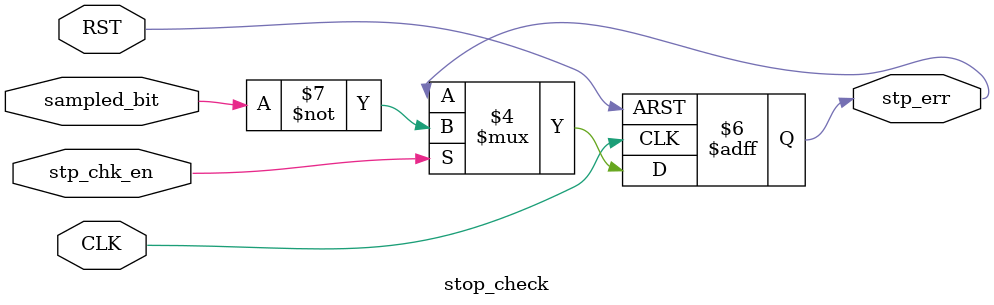
<source format=v>
module stop_check 
( 
  
  input                     CLK,RST,
  input                     stp_chk_en,
  input                     sampled_bit,
  output  reg               stp_err
  );


  always @(posedge CLK or negedge RST) begin
     if (!RST)
       begin
       stp_err<=0;
       end
     else if (stp_chk_en)
       begin
         stp_err <= sampled_bit ^ 1'b1;                    // 1^1=0      0^1=1,
       end
   end 


   
endmodule

</source>
